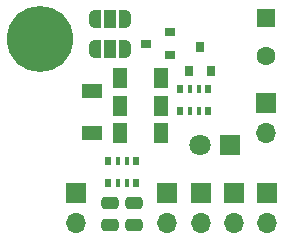
<source format=gts>
%TF.GenerationSoftware,KiCad,Pcbnew,6.0.6-1.fc35*%
%TF.CreationDate,2022-07-18T21:23:54+02:00*%
%TF.ProjectId,lm324_4ch_therm,6c6d3332-345f-4346-9368-5f746865726d,rev?*%
%TF.SameCoordinates,Original*%
%TF.FileFunction,Soldermask,Top*%
%TF.FilePolarity,Negative*%
%FSLAX46Y46*%
G04 Gerber Fmt 4.6, Leading zero omitted, Abs format (unit mm)*
G04 Created by KiCad (PCBNEW 6.0.6-1.fc35) date 2022-07-18 21:23:54*
%MOMM*%
%LPD*%
G01*
G04 APERTURE LIST*
G04 Aperture macros list*
%AMRoundRect*
0 Rectangle with rounded corners*
0 $1 Rounding radius*
0 $2 $3 $4 $5 $6 $7 $8 $9 X,Y pos of 4 corners*
0 Add a 4 corners polygon primitive as box body*
4,1,4,$2,$3,$4,$5,$6,$7,$8,$9,$2,$3,0*
0 Add four circle primitives for the rounded corners*
1,1,$1+$1,$2,$3*
1,1,$1+$1,$4,$5*
1,1,$1+$1,$6,$7*
1,1,$1+$1,$8,$9*
0 Add four rect primitives between the rounded corners*
20,1,$1+$1,$2,$3,$4,$5,0*
20,1,$1+$1,$4,$5,$6,$7,0*
20,1,$1+$1,$6,$7,$8,$9,0*
20,1,$1+$1,$8,$9,$2,$3,0*%
%AMFreePoly0*
4,1,22,0.550000,-0.750000,0.000000,-0.750000,0.000000,-0.745033,-0.079941,-0.743568,-0.215256,-0.701293,-0.333266,-0.622738,-0.424486,-0.514219,-0.481581,-0.384460,-0.499164,-0.250000,-0.500000,-0.250000,-0.500000,0.250000,-0.499164,0.250000,-0.499963,0.256109,-0.478152,0.396186,-0.417904,0.524511,-0.324060,0.630769,-0.204165,0.706417,-0.067858,0.745374,0.000000,0.744959,0.000000,0.750000,
0.550000,0.750000,0.550000,-0.750000,0.550000,-0.750000,$1*%
%AMFreePoly1*
4,1,20,0.000000,0.744959,0.073905,0.744508,0.209726,0.703889,0.328688,0.626782,0.421226,0.519385,0.479903,0.390333,0.500000,0.250000,0.500000,-0.250000,0.499851,-0.262216,0.476331,-0.402017,0.414519,-0.529596,0.319384,-0.634700,0.198574,-0.708877,0.061801,-0.746166,0.000000,-0.745033,0.000000,-0.750000,-0.550000,-0.750000,-0.550000,0.750000,0.000000,0.750000,0.000000,0.744959,
0.000000,0.744959,$1*%
G04 Aperture macros list end*
%ADD10R,1.700000X1.700000*%
%ADD11O,1.700000X1.700000*%
%ADD12R,1.800000X1.800000*%
%ADD13C,1.800000*%
%ADD14R,1.600000X1.600000*%
%ADD15C,1.600000*%
%ADD16R,1.700000X1.300000*%
%ADD17R,0.500000X0.800000*%
%ADD18R,0.400000X0.800000*%
%ADD19FreePoly0,0.000000*%
%ADD20R,1.000000X1.500000*%
%ADD21FreePoly1,0.000000*%
%ADD22C,5.600000*%
%ADD23R,0.900000X0.800000*%
%ADD24R,1.300000X1.700000*%
%ADD25RoundRect,0.250000X0.475000X-0.250000X0.475000X0.250000X-0.475000X0.250000X-0.475000X-0.250000X0*%
%ADD26R,0.800000X0.900000*%
G04 APERTURE END LIST*
D10*
%TO.C,J1*%
X134899000Y-61234000D03*
D11*
X134899000Y-63774000D03*
%TD*%
D12*
%TO.C,D4*%
X131826000Y-57150000D03*
D13*
X129286000Y-57150000D03*
%TD*%
D10*
%TO.C,J2*%
X118745000Y-61214000D03*
D11*
X118745000Y-63754000D03*
%TD*%
D14*
%TO.C,BZ1*%
X134874000Y-46406000D03*
D15*
X134874000Y-49606000D03*
%TD*%
D16*
%TO.C,D1*%
X120142000Y-56106000D03*
X120142000Y-52606000D03*
%TD*%
D17*
%TO.C,RN2*%
X129978000Y-52440000D03*
D18*
X129178000Y-52440000D03*
X128378000Y-52440000D03*
D17*
X127578000Y-52440000D03*
X127578000Y-54240000D03*
D18*
X128378000Y-54240000D03*
X129178000Y-54240000D03*
D17*
X129978000Y-54240000D03*
%TD*%
%TO.C,RN1*%
X121482000Y-60336000D03*
D18*
X122282000Y-60336000D03*
X123082000Y-60336000D03*
D17*
X123882000Y-60336000D03*
X123882000Y-58536000D03*
D18*
X123082000Y-58536000D03*
X122282000Y-58536000D03*
D17*
X121482000Y-58536000D03*
%TD*%
D19*
%TO.C,JP2*%
X120336000Y-46482000D03*
D20*
X121636000Y-46482000D03*
D21*
X122936000Y-46482000D03*
%TD*%
D22*
%TO.C,REF2*%
X115697000Y-48133000D03*
%TD*%
D10*
%TO.C,J5*%
X129311000Y-61234000D03*
D11*
X129311000Y-63774000D03*
%TD*%
D10*
%TO.C,J4*%
X126492000Y-61214000D03*
D11*
X126492000Y-63754000D03*
%TD*%
D23*
%TO.C,Q1*%
X126705000Y-49514000D03*
X126705000Y-47614000D03*
X124705000Y-48564000D03*
%TD*%
D24*
%TO.C,D3*%
X122456000Y-56134000D03*
X125956000Y-56134000D03*
%TD*%
D25*
%TO.C,C4*%
X121666000Y-63942000D03*
X121666000Y-62042000D03*
%TD*%
D10*
%TO.C,J3*%
X132105000Y-61234000D03*
D11*
X132105000Y-63774000D03*
%TD*%
D24*
%TO.C,D5*%
X122456000Y-53873400D03*
X125956000Y-53873400D03*
%TD*%
D26*
%TO.C,Q2*%
X128286000Y-50886000D03*
X130186000Y-50886000D03*
X129236000Y-48886000D03*
%TD*%
D19*
%TO.C,JP1*%
X120336000Y-49022000D03*
D20*
X121636000Y-49022000D03*
D21*
X122936000Y-49022000D03*
%TD*%
D24*
%TO.C,D2*%
X122481400Y-51460400D03*
X125981400Y-51460400D03*
%TD*%
D25*
%TO.C,C5*%
X123698000Y-63942000D03*
X123698000Y-62042000D03*
%TD*%
D10*
%TO.C,J6*%
X134874000Y-53594000D03*
D11*
X134874000Y-56134000D03*
%TD*%
M02*

</source>
